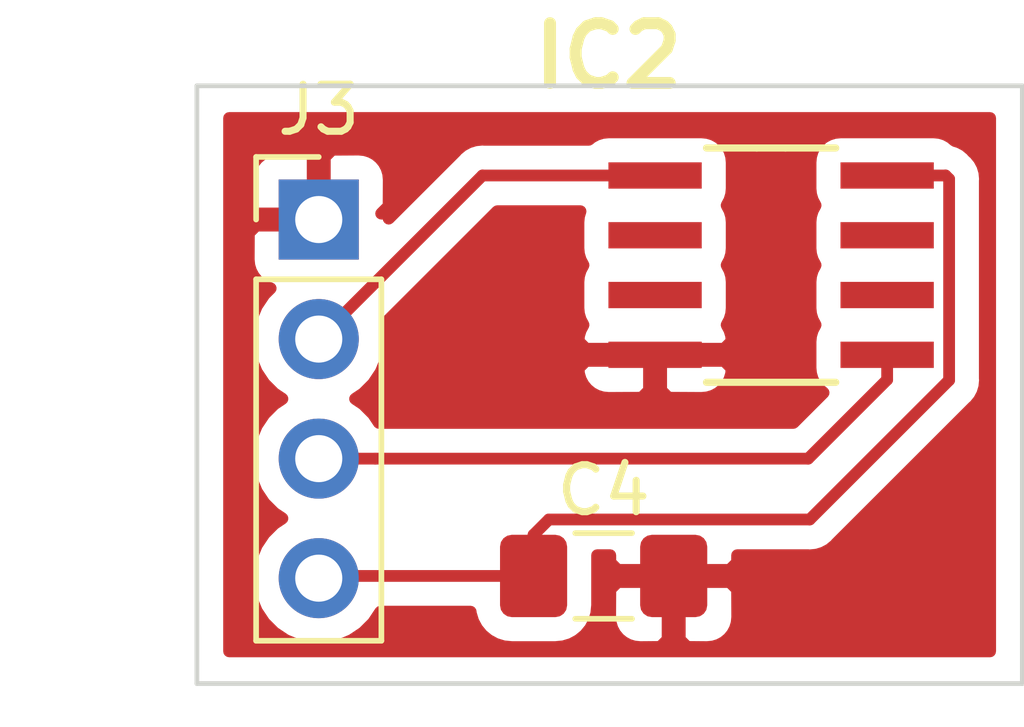
<source format=kicad_pcb>
(kicad_pcb (version 20171130) (host pcbnew "(5.1.5)-3")

  (general
    (thickness 1.6)
    (drawings 4)
    (tracks 15)
    (zones 0)
    (modules 3)
    (nets 9)
  )

  (page A4)
  (layers
    (0 F.Cu signal)
    (31 B.Cu signal)
    (32 B.Adhes user)
    (33 F.Adhes user)
    (34 B.Paste user)
    (35 F.Paste user)
    (36 B.SilkS user)
    (37 F.SilkS user)
    (38 B.Mask user)
    (39 F.Mask user)
    (40 Dwgs.User user)
    (41 Cmts.User user)
    (42 Eco1.User user)
    (43 Eco2.User user)
    (44 Edge.Cuts user)
    (45 Margin user)
    (46 B.CrtYd user)
    (47 F.CrtYd user)
    (48 B.Fab user)
    (49 F.Fab user)
  )

  (setup
    (last_trace_width 0.25)
    (trace_clearance 0.2)
    (zone_clearance 0.508)
    (zone_45_only no)
    (trace_min 0.2)
    (via_size 0.8)
    (via_drill 0.4)
    (via_min_size 0.4)
    (via_min_drill 0.3)
    (uvia_size 0.3)
    (uvia_drill 0.1)
    (uvias_allowed no)
    (uvia_min_size 0.2)
    (uvia_min_drill 0.1)
    (edge_width 0.1)
    (segment_width 0.2)
    (pcb_text_width 0.3)
    (pcb_text_size 1.5 1.5)
    (mod_edge_width 0.15)
    (mod_text_size 1 1)
    (mod_text_width 0.15)
    (pad_size 1.524 1.524)
    (pad_drill 0.762)
    (pad_to_mask_clearance 0)
    (aux_axis_origin 0 0)
    (visible_elements FFFFFF7F)
    (pcbplotparams
      (layerselection 0x010fc_ffffffff)
      (usegerberextensions false)
      (usegerberattributes false)
      (usegerberadvancedattributes false)
      (creategerberjobfile false)
      (excludeedgelayer true)
      (linewidth 0.100000)
      (plotframeref false)
      (viasonmask false)
      (mode 1)
      (useauxorigin false)
      (hpglpennumber 1)
      (hpglpenspeed 20)
      (hpglpendiameter 15.000000)
      (psnegative false)
      (psa4output false)
      (plotreference true)
      (plotvalue true)
      (plotinvisibletext false)
      (padsonsilk false)
      (subtractmaskfromsilk false)
      (outputformat 1)
      (mirror false)
      (drillshape 1)
      (scaleselection 1)
      (outputdirectory ""))
  )

  (net 0 "")
  (net 1 "Net-(C4-Pad1)")
  (net 2 GND)
  (net 3 "Net-(IC2-Pad1)")
  (net 4 "Net-(IC2-Pad2)")
  (net 5 "Net-(IC2-Pad3)")
  (net 6 "Net-(IC2-Pad5)")
  (net 7 "Net-(IC2-Pad6)")
  (net 8 "Net-(IC2-Pad7)")

  (net_class Default "Dit is de standaard class."
    (clearance 0.2)
    (trace_width 0.25)
    (via_dia 0.8)
    (via_drill 0.4)
    (uvia_dia 0.3)
    (uvia_drill 0.1)
    (add_net GND)
    (add_net "Net-(C4-Pad1)")
    (add_net "Net-(IC2-Pad1)")
    (add_net "Net-(IC2-Pad2)")
    (add_net "Net-(IC2-Pad3)")
    (add_net "Net-(IC2-Pad5)")
    (add_net "Net-(IC2-Pad6)")
    (add_net "Net-(IC2-Pad7)")
  )

  (module Capacitor_SMD:C_1206_3216Metric_Pad1.42x1.75mm_HandSolder (layer F.Cu) (tedit 5B301BBE) (tstamp 6034E2AB)
    (at 75.184 55.626)
    (descr "Capacitor SMD 1206 (3216 Metric), square (rectangular) end terminal, IPC_7351 nominal with elongated pad for handsoldering. (Body size source: http://www.tortai-tech.com/upload/download/2011102023233369053.pdf), generated with kicad-footprint-generator")
    (tags "capacitor handsolder")
    (path /602E0FB3)
    (attr smd)
    (fp_text reference C4 (at 0 -1.82) (layer F.SilkS)
      (effects (font (size 1 1) (thickness 0.15)))
    )
    (fp_text value 100nF (at 0 1.82) (layer F.Fab)
      (effects (font (size 1 1) (thickness 0.15)))
    )
    (fp_line (start -1.6 0.8) (end -1.6 -0.8) (layer F.Fab) (width 0.1))
    (fp_line (start -1.6 -0.8) (end 1.6 -0.8) (layer F.Fab) (width 0.1))
    (fp_line (start 1.6 -0.8) (end 1.6 0.8) (layer F.Fab) (width 0.1))
    (fp_line (start 1.6 0.8) (end -1.6 0.8) (layer F.Fab) (width 0.1))
    (fp_line (start -0.602064 -0.91) (end 0.602064 -0.91) (layer F.SilkS) (width 0.12))
    (fp_line (start -0.602064 0.91) (end 0.602064 0.91) (layer F.SilkS) (width 0.12))
    (fp_line (start -2.45 1.12) (end -2.45 -1.12) (layer F.CrtYd) (width 0.05))
    (fp_line (start -2.45 -1.12) (end 2.45 -1.12) (layer F.CrtYd) (width 0.05))
    (fp_line (start 2.45 -1.12) (end 2.45 1.12) (layer F.CrtYd) (width 0.05))
    (fp_line (start 2.45 1.12) (end -2.45 1.12) (layer F.CrtYd) (width 0.05))
    (fp_text user %R (at 0 0) (layer F.Fab)
      (effects (font (size 0.8 0.8) (thickness 0.12)))
    )
    (pad 1 smd roundrect (at -1.4875 0) (size 1.425 1.75) (layers F.Cu F.Paste F.Mask) (roundrect_rratio 0.175439)
      (net 1 "Net-(C4-Pad1)"))
    (pad 2 smd roundrect (at 1.4875 0) (size 1.425 1.75) (layers F.Cu F.Paste F.Mask) (roundrect_rratio 0.175439)
      (net 2 GND))
    (model ${KISYS3DMOD}/Capacitor_SMD.3dshapes/C_1206_3216Metric.wrl
      (at (xyz 0 0 0))
      (scale (xyz 1 1 1))
      (rotate (xyz 0 0 0))
    )
  )

  (module TMP36GSZ:SOIC127P600X175-8N (layer F.Cu) (tedit 0) (tstamp 6034E2E2)
    (at 78.74 49.022)
    (descr SOIC127P600X175-8N)
    (tags "Integrated Circuit")
    (path /602D05E5)
    (attr smd)
    (fp_text reference IC2 (at -3.4544 -4.445) (layer F.SilkS)
      (effects (font (size 1.27 1.27) (thickness 0.254)))
    )
    (fp_text value TMP36GSZ (at -3.4544 -4.445) (layer F.SilkS) hide
      (effects (font (size 1.27 1.27) (thickness 0.254)))
    )
    (fp_text user %R (at -3.4544 -4.445) (layer F.Fab)
      (effects (font (size 1.27 1.27) (thickness 0.254)))
    )
    (fp_line (start -2.0066 -1.651) (end -2.0066 -2.159) (layer F.Fab) (width 0.1524))
    (fp_line (start -2.0066 -2.159) (end -3.0988 -2.159) (layer F.Fab) (width 0.1524))
    (fp_line (start -3.0988 -2.159) (end -3.0988 -1.651) (layer F.Fab) (width 0.1524))
    (fp_line (start -3.0988 -1.651) (end -2.0066 -1.651) (layer F.Fab) (width 0.1524))
    (fp_line (start -2.0066 -0.381) (end -2.0066 -0.889) (layer F.Fab) (width 0.1524))
    (fp_line (start -2.0066 -0.889) (end -3.0988 -0.889) (layer F.Fab) (width 0.1524))
    (fp_line (start -3.0988 -0.889) (end -3.0988 -0.381) (layer F.Fab) (width 0.1524))
    (fp_line (start -3.0988 -0.381) (end -2.0066 -0.381) (layer F.Fab) (width 0.1524))
    (fp_line (start -2.0066 0.889) (end -2.0066 0.381) (layer F.Fab) (width 0.1524))
    (fp_line (start -2.0066 0.381) (end -3.0988 0.381) (layer F.Fab) (width 0.1524))
    (fp_line (start -3.0988 0.381) (end -3.0988 0.889) (layer F.Fab) (width 0.1524))
    (fp_line (start -3.0988 0.889) (end -2.0066 0.889) (layer F.Fab) (width 0.1524))
    (fp_line (start -2.0066 2.159) (end -2.0066 1.651) (layer F.Fab) (width 0.1524))
    (fp_line (start -2.0066 1.651) (end -3.0988 1.651) (layer F.Fab) (width 0.1524))
    (fp_line (start -3.0988 1.651) (end -3.0988 2.159) (layer F.Fab) (width 0.1524))
    (fp_line (start -3.0988 2.159) (end -2.0066 2.159) (layer F.Fab) (width 0.1524))
    (fp_line (start 2.0066 1.651) (end 2.0066 2.159) (layer F.Fab) (width 0.1524))
    (fp_line (start 2.0066 2.159) (end 3.0988 2.159) (layer F.Fab) (width 0.1524))
    (fp_line (start 3.0988 2.159) (end 3.0988 1.651) (layer F.Fab) (width 0.1524))
    (fp_line (start 3.0988 1.651) (end 2.0066 1.651) (layer F.Fab) (width 0.1524))
    (fp_line (start 2.0066 0.381) (end 2.0066 0.889) (layer F.Fab) (width 0.1524))
    (fp_line (start 2.0066 0.889) (end 3.0988 0.889) (layer F.Fab) (width 0.1524))
    (fp_line (start 3.0988 0.889) (end 3.0988 0.381) (layer F.Fab) (width 0.1524))
    (fp_line (start 3.0988 0.381) (end 2.0066 0.381) (layer F.Fab) (width 0.1524))
    (fp_line (start 2.0066 -0.889) (end 2.0066 -0.381) (layer F.Fab) (width 0.1524))
    (fp_line (start 2.0066 -0.381) (end 3.0988 -0.381) (layer F.Fab) (width 0.1524))
    (fp_line (start 3.0988 -0.381) (end 3.0988 -0.889) (layer F.Fab) (width 0.1524))
    (fp_line (start 3.0988 -0.889) (end 2.0066 -0.889) (layer F.Fab) (width 0.1524))
    (fp_line (start 2.0066 -2.159) (end 2.0066 -1.651) (layer F.Fab) (width 0.1524))
    (fp_line (start 2.0066 -1.651) (end 3.0988 -1.651) (layer F.Fab) (width 0.1524))
    (fp_line (start 3.0988 -1.651) (end 3.0988 -2.159) (layer F.Fab) (width 0.1524))
    (fp_line (start 3.0988 -2.159) (end 2.0066 -2.159) (layer F.Fab) (width 0.1524))
    (fp_line (start -2.0066 2.4892) (end 2.0066 2.4892) (layer F.Fab) (width 0.1524))
    (fp_line (start 2.0066 2.4892) (end 2.0066 -2.4892) (layer F.Fab) (width 0.1524))
    (fp_line (start 2.0066 -2.4892) (end 0.3048 -2.4892) (layer F.Fab) (width 0.1524))
    (fp_line (start 0.3048 -2.4892) (end -0.3048 -2.4892) (layer F.Fab) (width 0.1524))
    (fp_line (start -0.3048 -2.4892) (end -2.0066 -2.4892) (layer F.Fab) (width 0.1524))
    (fp_line (start -2.0066 -2.4892) (end -2.0066 2.4892) (layer F.Fab) (width 0.1524))
    (fp_line (start -1.3716 2.4892) (end 1.3716 2.4892) (layer F.SilkS) (width 0.1524))
    (fp_line (start 1.3716 -2.4892) (end 0.3048 -2.4892) (layer F.SilkS) (width 0.1524))
    (fp_line (start 0.3048 -2.4892) (end -0.3048 -2.4892) (layer F.SilkS) (width 0.1524))
    (fp_line (start -0.3048 -2.4892) (end -1.3716 -2.4892) (layer F.SilkS) (width 0.1524))
    (pad 1 smd rect (at -2.4638 -1.905 90) (size 0.5588 1.9812) (layers F.Cu F.Paste F.Mask)
      (net 3 "Net-(IC2-Pad1)"))
    (pad 2 smd rect (at -2.4638 -0.635 90) (size 0.5588 1.9812) (layers F.Cu F.Paste F.Mask)
      (net 4 "Net-(IC2-Pad2)"))
    (pad 3 smd rect (at -2.4638 0.635 90) (size 0.5588 1.9812) (layers F.Cu F.Paste F.Mask)
      (net 5 "Net-(IC2-Pad3)"))
    (pad 4 smd rect (at -2.4638 1.905 90) (size 0.5588 1.9812) (layers F.Cu F.Paste F.Mask)
      (net 2 GND))
    (pad 5 smd rect (at 2.4638 1.905 90) (size 0.5588 1.9812) (layers F.Cu F.Paste F.Mask)
      (net 6 "Net-(IC2-Pad5)"))
    (pad 6 smd rect (at 2.4638 0.635 90) (size 0.5588 1.9812) (layers F.Cu F.Paste F.Mask)
      (net 7 "Net-(IC2-Pad6)"))
    (pad 7 smd rect (at 2.4638 -0.635 90) (size 0.5588 1.9812) (layers F.Cu F.Paste F.Mask)
      (net 8 "Net-(IC2-Pad7)"))
    (pad 8 smd rect (at 2.4638 -1.905 90) (size 0.5588 1.9812) (layers F.Cu F.Paste F.Mask)
      (net 1 "Net-(C4-Pad1)"))
  )

  (module Connector_PinHeader_2.54mm:PinHeader_1x04_P2.54mm_Vertical (layer F.Cu) (tedit 59FED5CC) (tstamp 6034E2FA)
    (at 69.135001 48.053001)
    (descr "Through hole straight pin header, 1x04, 2.54mm pitch, single row")
    (tags "Through hole pin header THT 1x04 2.54mm single row")
    (path /6037CB84)
    (fp_text reference J3 (at 0 -2.33) (layer F.SilkS)
      (effects (font (size 1 1) (thickness 0.15)))
    )
    (fp_text value Conn_01x04_Male (at 0 9.95) (layer F.Fab)
      (effects (font (size 1 1) (thickness 0.15)))
    )
    (fp_line (start -0.635 -1.27) (end 1.27 -1.27) (layer F.Fab) (width 0.1))
    (fp_line (start 1.27 -1.27) (end 1.27 8.89) (layer F.Fab) (width 0.1))
    (fp_line (start 1.27 8.89) (end -1.27 8.89) (layer F.Fab) (width 0.1))
    (fp_line (start -1.27 8.89) (end -1.27 -0.635) (layer F.Fab) (width 0.1))
    (fp_line (start -1.27 -0.635) (end -0.635 -1.27) (layer F.Fab) (width 0.1))
    (fp_line (start -1.33 8.95) (end 1.33 8.95) (layer F.SilkS) (width 0.12))
    (fp_line (start -1.33 1.27) (end -1.33 8.95) (layer F.SilkS) (width 0.12))
    (fp_line (start 1.33 1.27) (end 1.33 8.95) (layer F.SilkS) (width 0.12))
    (fp_line (start -1.33 1.27) (end 1.33 1.27) (layer F.SilkS) (width 0.12))
    (fp_line (start -1.33 0) (end -1.33 -1.33) (layer F.SilkS) (width 0.12))
    (fp_line (start -1.33 -1.33) (end 0 -1.33) (layer F.SilkS) (width 0.12))
    (fp_line (start -1.8 -1.8) (end -1.8 9.4) (layer F.CrtYd) (width 0.05))
    (fp_line (start -1.8 9.4) (end 1.8 9.4) (layer F.CrtYd) (width 0.05))
    (fp_line (start 1.8 9.4) (end 1.8 -1.8) (layer F.CrtYd) (width 0.05))
    (fp_line (start 1.8 -1.8) (end -1.8 -1.8) (layer F.CrtYd) (width 0.05))
    (fp_text user %R (at 0 3.81 90) (layer F.Fab)
      (effects (font (size 1 1) (thickness 0.15)))
    )
    (pad 1 thru_hole rect (at 0 0) (size 1.7 1.7) (drill 1) (layers *.Cu *.Mask)
      (net 2 GND))
    (pad 2 thru_hole oval (at 0 2.54) (size 1.7 1.7) (drill 1) (layers *.Cu *.Mask)
      (net 3 "Net-(IC2-Pad1)"))
    (pad 3 thru_hole oval (at 0 5.08) (size 1.7 1.7) (drill 1) (layers *.Cu *.Mask)
      (net 6 "Net-(IC2-Pad5)"))
    (pad 4 thru_hole oval (at 0 7.62) (size 1.7 1.7) (drill 1) (layers *.Cu *.Mask)
      (net 1 "Net-(C4-Pad1)"))
    (model ${KISYS3DMOD}/Connector_PinHeader_2.54mm.3dshapes/PinHeader_1x04_P2.54mm_Vertical.wrl
      (at (xyz 0 0 0))
      (scale (xyz 1 1 1))
      (rotate (xyz 0 0 0))
    )
  )

  (gr_line (start 66.548 57.912) (end 66.548 45.212) (layer Edge.Cuts) (width 0.1) (tstamp 6034E43F))
  (gr_line (start 84.074 57.912) (end 66.548 57.912) (layer Edge.Cuts) (width 0.1))
  (gr_line (start 84.074 45.212) (end 84.074 57.912) (layer Edge.Cuts) (width 0.1))
  (gr_line (start 66.548 45.212) (end 84.074 45.212) (layer Edge.Cuts) (width 0.1))

  (segment (start 69.182002 55.626) (end 69.135001 55.673001) (width 0.25) (layer F.Cu) (net 1))
  (segment (start 73.6965 55.626) (end 69.182002 55.626) (width 0.25) (layer F.Cu) (net 1))
  (segment (start 73.6965 54.751) (end 73.6965 55.626) (width 0.25) (layer F.Cu) (net 1))
  (segment (start 74.02151 54.42599) (end 73.6965 54.751) (width 0.25) (layer F.Cu) (net 1))
  (segment (start 79.559812 54.42599) (end 74.02151 54.42599) (width 0.25) (layer F.Cu) (net 1))
  (segment (start 82.519401 51.466401) (end 79.559812 54.42599) (width 0.25) (layer F.Cu) (net 1))
  (segment (start 82.519401 47.192001) (end 82.519401 51.466401) (width 0.25) (layer F.Cu) (net 1))
  (segment (start 82.4444 47.117) (end 82.519401 47.192001) (width 0.25) (layer F.Cu) (net 1))
  (segment (start 81.2038 47.117) (end 82.4444 47.117) (width 0.25) (layer F.Cu) (net 1))
  (segment (start 72.611002 47.117) (end 69.135001 50.593001) (width 0.25) (layer F.Cu) (net 3))
  (segment (start 76.2762 47.117) (end 72.611002 47.117) (width 0.25) (layer F.Cu) (net 3))
  (segment (start 70.337082 53.133001) (end 69.135001 53.133001) (width 0.25) (layer F.Cu) (net 6))
  (segment (start 79.527199 53.133001) (end 70.337082 53.133001) (width 0.25) (layer F.Cu) (net 6))
  (segment (start 81.2038 51.4564) (end 79.527199 53.133001) (width 0.25) (layer F.Cu) (net 6))
  (segment (start 81.2038 50.927) (end 81.2038 51.4564) (width 0.25) (layer F.Cu) (net 6))

  (zone (net 2) (net_name GND) (layer F.Cu) (tstamp 0) (hatch edge 0.508)
    (connect_pads (clearance 0.508))
    (min_thickness 0.254)
    (fill yes (arc_segments 32) (thermal_gap 0.508) (thermal_bridge_width 0.508))
    (polygon
      (pts
        (xy 83.82 57.658) (xy 66.802 57.658) (xy 66.802 45.466) (xy 83.82 45.466)
      )
    )
    (filled_polygon
      (pts
        (xy 83.389001 57.227) (xy 67.233 57.227) (xy 67.233 48.903001) (xy 67.646929 48.903001) (xy 67.659189 49.027483)
        (xy 67.695499 49.147181) (xy 67.754464 49.257495) (xy 67.833816 49.354186) (xy 67.930507 49.433538) (xy 68.040821 49.492503)
        (xy 68.113381 49.514514) (xy 67.981526 49.646369) (xy 67.819011 49.88959) (xy 67.707069 50.159843) (xy 67.650001 50.446741)
        (xy 67.650001 50.739261) (xy 67.707069 51.026159) (xy 67.819011 51.296412) (xy 67.981526 51.539633) (xy 68.188369 51.746476)
        (xy 68.362761 51.863001) (xy 68.188369 51.979526) (xy 67.981526 52.186369) (xy 67.819011 52.42959) (xy 67.707069 52.699843)
        (xy 67.650001 52.986741) (xy 67.650001 53.279261) (xy 67.707069 53.566159) (xy 67.819011 53.836412) (xy 67.981526 54.079633)
        (xy 68.188369 54.286476) (xy 68.362761 54.403001) (xy 68.188369 54.519526) (xy 67.981526 54.726369) (xy 67.819011 54.96959)
        (xy 67.707069 55.239843) (xy 67.650001 55.526741) (xy 67.650001 55.819261) (xy 67.707069 56.106159) (xy 67.819011 56.376412)
        (xy 67.981526 56.619633) (xy 68.188369 56.826476) (xy 68.43159 56.988991) (xy 68.701843 57.100933) (xy 68.988741 57.158001)
        (xy 69.281261 57.158001) (xy 69.568159 57.100933) (xy 69.838412 56.988991) (xy 70.081633 56.826476) (xy 70.288476 56.619633)
        (xy 70.444585 56.386) (xy 72.359224 56.386) (xy 72.362992 56.424254) (xy 72.413528 56.59085) (xy 72.495595 56.744386)
        (xy 72.606038 56.878962) (xy 72.740614 56.989405) (xy 72.89415 57.071472) (xy 73.060746 57.122008) (xy 73.234 57.139072)
        (xy 74.159 57.139072) (xy 74.332254 57.122008) (xy 74.49885 57.071472) (xy 74.652386 56.989405) (xy 74.786962 56.878962)
        (xy 74.897405 56.744386) (xy 74.979472 56.59085) (xy 75.006727 56.501) (xy 75.320928 56.501) (xy 75.333188 56.625482)
        (xy 75.369498 56.74518) (xy 75.428463 56.855494) (xy 75.507815 56.952185) (xy 75.604506 57.031537) (xy 75.71482 57.090502)
        (xy 75.834518 57.126812) (xy 75.959 57.139072) (xy 76.38575 57.136) (xy 76.5445 56.97725) (xy 76.5445 55.753)
        (xy 76.7985 55.753) (xy 76.7985 56.97725) (xy 76.95725 57.136) (xy 77.384 57.139072) (xy 77.508482 57.126812)
        (xy 77.62818 57.090502) (xy 77.738494 57.031537) (xy 77.835185 56.952185) (xy 77.914537 56.855494) (xy 77.973502 56.74518)
        (xy 78.009812 56.625482) (xy 78.022072 56.501) (xy 78.019 55.91175) (xy 77.86025 55.753) (xy 76.7985 55.753)
        (xy 76.5445 55.753) (xy 75.48275 55.753) (xy 75.324 55.91175) (xy 75.320928 56.501) (xy 75.006727 56.501)
        (xy 75.030008 56.424254) (xy 75.047072 56.251) (xy 75.047072 55.18599) (xy 75.323196 55.18599) (xy 75.324 55.34025)
        (xy 75.48275 55.499) (xy 76.5445 55.499) (xy 76.5445 55.479) (xy 76.7985 55.479) (xy 76.7985 55.499)
        (xy 77.86025 55.499) (xy 78.019 55.34025) (xy 78.019804 55.18599) (xy 79.52249 55.18599) (xy 79.559812 55.189666)
        (xy 79.597134 55.18599) (xy 79.597145 55.18599) (xy 79.708798 55.174993) (xy 79.852059 55.131536) (xy 79.984088 55.060964)
        (xy 80.099813 54.965991) (xy 80.123616 54.936987) (xy 83.030404 52.0302) (xy 83.059402 52.006402) (xy 83.091408 51.967403)
        (xy 83.154375 51.890678) (xy 83.224947 51.758648) (xy 83.231533 51.736937) (xy 83.268404 51.615387) (xy 83.279401 51.503734)
        (xy 83.279401 51.503724) (xy 83.283077 51.466401) (xy 83.279401 51.429078) (xy 83.279401 47.229323) (xy 83.283077 47.192)
        (xy 83.279401 47.154678) (xy 83.279401 47.154668) (xy 83.268404 47.043015) (xy 83.224947 46.899754) (xy 83.154375 46.767725)
        (xy 83.059402 46.652) (xy 83.030403 46.628201) (xy 83.008202 46.606) (xy 82.984401 46.576999) (xy 82.868676 46.482026)
        (xy 82.736647 46.411454) (xy 82.64059 46.382316) (xy 82.548894 46.307063) (xy 82.43858 46.248098) (xy 82.318882 46.211788)
        (xy 82.1944 46.199528) (xy 80.2132 46.199528) (xy 80.088718 46.211788) (xy 79.96902 46.248098) (xy 79.858706 46.307063)
        (xy 79.762015 46.386415) (xy 79.682663 46.483106) (xy 79.623698 46.59342) (xy 79.587388 46.713118) (xy 79.575128 46.8376)
        (xy 79.575128 47.3964) (xy 79.587388 47.520882) (xy 79.623698 47.64058) (xy 79.682663 47.750894) (xy 79.683571 47.752)
        (xy 79.682663 47.753106) (xy 79.623698 47.86342) (xy 79.587388 47.983118) (xy 79.575128 48.1076) (xy 79.575128 48.6664)
        (xy 79.587388 48.790882) (xy 79.623698 48.91058) (xy 79.682663 49.020894) (xy 79.683571 49.022) (xy 79.682663 49.023106)
        (xy 79.623698 49.13342) (xy 79.587388 49.253118) (xy 79.575128 49.3776) (xy 79.575128 49.9364) (xy 79.587388 50.060882)
        (xy 79.623698 50.18058) (xy 79.682663 50.290894) (xy 79.683571 50.292) (xy 79.682663 50.293106) (xy 79.623698 50.40342)
        (xy 79.587388 50.523118) (xy 79.575128 50.6476) (xy 79.575128 51.2064) (xy 79.587388 51.330882) (xy 79.623698 51.45058)
        (xy 79.682663 51.560894) (xy 79.762015 51.657585) (xy 79.853079 51.732319) (xy 79.212398 52.373001) (xy 70.413179 52.373001)
        (xy 70.288476 52.186369) (xy 70.081633 51.979526) (xy 69.907241 51.863001) (xy 70.081633 51.746476) (xy 70.288476 51.539633)
        (xy 70.450991 51.296412) (xy 70.485644 51.21275) (xy 74.6506 51.21275) (xy 74.660092 51.3324) (xy 74.696693 51.45201)
        (xy 74.755925 51.56218) (xy 74.835511 51.658679) (xy 74.932395 51.737796) (xy 75.042852 51.796493) (xy 75.162638 51.832512)
        (xy 75.287149 51.84447) (xy 75.99045 51.8414) (xy 76.1492 51.68265) (xy 76.1492 51.054) (xy 76.4032 51.054)
        (xy 76.4032 51.68265) (xy 76.56195 51.8414) (xy 77.265251 51.84447) (xy 77.389762 51.832512) (xy 77.509548 51.796493)
        (xy 77.620005 51.737796) (xy 77.716889 51.658679) (xy 77.796475 51.56218) (xy 77.855707 51.45201) (xy 77.892308 51.3324)
        (xy 77.9018 51.21275) (xy 77.74305 51.054) (xy 76.4032 51.054) (xy 76.1492 51.054) (xy 74.80935 51.054)
        (xy 74.6506 51.21275) (xy 70.485644 51.21275) (xy 70.562933 51.026159) (xy 70.620001 50.739261) (xy 70.620001 50.446741)
        (xy 70.57621 50.226593) (xy 72.925804 47.877) (xy 74.691979 47.877) (xy 74.659788 47.983118) (xy 74.647528 48.1076)
        (xy 74.647528 48.6664) (xy 74.659788 48.790882) (xy 74.696098 48.91058) (xy 74.755063 49.020894) (xy 74.755971 49.022)
        (xy 74.755063 49.023106) (xy 74.696098 49.13342) (xy 74.659788 49.253118) (xy 74.647528 49.3776) (xy 74.647528 49.9364)
        (xy 74.659788 50.060882) (xy 74.696098 50.18058) (xy 74.755063 50.290894) (xy 74.755885 50.291895) (xy 74.696693 50.40199)
        (xy 74.660092 50.5216) (xy 74.6506 50.64125) (xy 74.80935 50.8) (xy 76.1492 50.8) (xy 76.1492 50.78)
        (xy 76.4032 50.78) (xy 76.4032 50.8) (xy 77.74305 50.8) (xy 77.9018 50.64125) (xy 77.892308 50.5216)
        (xy 77.855707 50.40199) (xy 77.796515 50.291895) (xy 77.797337 50.290894) (xy 77.856302 50.18058) (xy 77.892612 50.060882)
        (xy 77.904872 49.9364) (xy 77.904872 49.3776) (xy 77.892612 49.253118) (xy 77.856302 49.13342) (xy 77.797337 49.023106)
        (xy 77.796429 49.022) (xy 77.797337 49.020894) (xy 77.856302 48.91058) (xy 77.892612 48.790882) (xy 77.904872 48.6664)
        (xy 77.904872 48.1076) (xy 77.892612 47.983118) (xy 77.856302 47.86342) (xy 77.797337 47.753106) (xy 77.796429 47.752)
        (xy 77.797337 47.750894) (xy 77.856302 47.64058) (xy 77.892612 47.520882) (xy 77.904872 47.3964) (xy 77.904872 46.8376)
        (xy 77.892612 46.713118) (xy 77.856302 46.59342) (xy 77.797337 46.483106) (xy 77.717985 46.386415) (xy 77.621294 46.307063)
        (xy 77.51098 46.248098) (xy 77.391282 46.211788) (xy 77.2668 46.199528) (xy 75.2856 46.199528) (xy 75.161118 46.211788)
        (xy 75.04142 46.248098) (xy 74.931106 46.307063) (xy 74.870257 46.357) (xy 72.648327 46.357) (xy 72.611002 46.353324)
        (xy 72.573677 46.357) (xy 72.573669 46.357) (xy 72.462016 46.367997) (xy 72.318755 46.411454) (xy 72.186726 46.482026)
        (xy 72.071001 46.576999) (xy 72.047203 46.605997) (xy 70.620001 48.033199) (xy 70.620001 47.925999) (xy 70.461253 47.925999)
        (xy 70.620001 47.767251) (xy 70.623073 47.203001) (xy 70.610813 47.078519) (xy 70.574503 46.958821) (xy 70.515538 46.848507)
        (xy 70.436186 46.751816) (xy 70.339495 46.672464) (xy 70.229181 46.613499) (xy 70.109483 46.577189) (xy 69.985001 46.564929)
        (xy 69.420751 46.568001) (xy 69.262001 46.726751) (xy 69.262001 47.926001) (xy 69.282001 47.926001) (xy 69.282001 48.180001)
        (xy 69.262001 48.180001) (xy 69.262001 48.200001) (xy 69.008001 48.200001) (xy 69.008001 48.180001) (xy 67.808751 48.180001)
        (xy 67.650001 48.338751) (xy 67.646929 48.903001) (xy 67.233 48.903001) (xy 67.233 47.203001) (xy 67.646929 47.203001)
        (xy 67.650001 47.767251) (xy 67.808751 47.926001) (xy 69.008001 47.926001) (xy 69.008001 46.726751) (xy 68.849251 46.568001)
        (xy 68.285001 46.564929) (xy 68.160519 46.577189) (xy 68.040821 46.613499) (xy 67.930507 46.672464) (xy 67.833816 46.751816)
        (xy 67.754464 46.848507) (xy 67.695499 46.958821) (xy 67.659189 47.078519) (xy 67.646929 47.203001) (xy 67.233 47.203001)
        (xy 67.233 45.897) (xy 83.389 45.897)
      )
    )
  )
)

</source>
